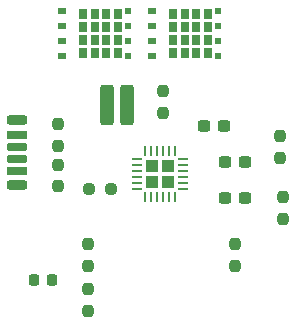
<source format=gtp>
G04 #@! TF.GenerationSoftware,KiCad,Pcbnew,8.0.2*
G04 #@! TF.CreationDate,2024-06-03T19:44:32-07:00*
G04 #@! TF.ProjectId,SNES_USB_C_power,534e4553-5f55-4534-925f-435f706f7765,A*
G04 #@! TF.SameCoordinates,Original*
G04 #@! TF.FileFunction,Paste,Top*
G04 #@! TF.FilePolarity,Positive*
%FSLAX46Y46*%
G04 Gerber Fmt 4.6, Leading zero omitted, Abs format (unit mm)*
G04 Created by KiCad (PCBNEW 8.0.2) date 2024-06-03 19:44:32*
%MOMM*%
%LPD*%
G01*
G04 APERTURE LIST*
G04 Aperture macros list*
%AMRoundRect*
0 Rectangle with rounded corners*
0 $1 Rounding radius*
0 $2 $3 $4 $5 $6 $7 $8 $9 X,Y pos of 4 corners*
0 Add a 4 corners polygon primitive as box body*
4,1,4,$2,$3,$4,$5,$6,$7,$8,$9,$2,$3,0*
0 Add four circle primitives for the rounded corners*
1,1,$1+$1,$2,$3*
1,1,$1+$1,$4,$5*
1,1,$1+$1,$6,$7*
1,1,$1+$1,$8,$9*
0 Add four rect primitives between the rounded corners*
20,1,$1+$1,$2,$3,$4,$5,0*
20,1,$1+$1,$4,$5,$6,$7,0*
20,1,$1+$1,$6,$7,$8,$9,0*
20,1,$1+$1,$8,$9,$2,$3,0*%
G04 Aperture macros list end*
%ADD10RoundRect,0.218750X-0.218750X-0.256250X0.218750X-0.256250X0.218750X0.256250X-0.218750X0.256250X0*%
%ADD11RoundRect,0.237500X0.237500X-0.250000X0.237500X0.250000X-0.237500X0.250000X-0.237500X-0.250000X0*%
%ADD12RoundRect,0.175000X-0.685000X0.175000X-0.685000X-0.175000X0.685000X-0.175000X0.685000X0.175000X0*%
%ADD13RoundRect,0.190000X-0.670000X0.190000X-0.670000X-0.190000X0.670000X-0.190000X0.670000X0.190000X0*%
%ADD14RoundRect,0.200000X-0.660000X0.200000X-0.660000X-0.200000X0.660000X-0.200000X0.660000X0.200000X0*%
%ADD15RoundRect,0.237500X-0.237500X0.250000X-0.237500X-0.250000X0.237500X-0.250000X0.237500X0.250000X0*%
%ADD16RoundRect,0.237500X-0.250000X-0.237500X0.250000X-0.237500X0.250000X0.237500X-0.250000X0.237500X0*%
%ADD17RoundRect,0.250000X-0.295000X-0.295000X0.295000X-0.295000X0.295000X0.295000X-0.295000X0.295000X0*%
%ADD18RoundRect,0.062500X-0.350000X-0.062500X0.350000X-0.062500X0.350000X0.062500X-0.350000X0.062500X0*%
%ADD19RoundRect,0.062500X-0.062500X-0.350000X0.062500X-0.350000X0.062500X0.350000X-0.062500X0.350000X0*%
%ADD20RoundRect,0.237500X-0.300000X-0.237500X0.300000X-0.237500X0.300000X0.237500X-0.300000X0.237500X0*%
%ADD21RoundRect,0.250000X-0.337500X-1.450000X0.337500X-1.450000X0.337500X1.450000X-0.337500X1.450000X0*%
%ADD22R,0.780000X0.900000*%
%ADD23R,0.650000X0.500000*%
%ADD24R,0.550000X0.500000*%
G04 APERTURE END LIST*
D10*
X150317000Y-120650000D03*
X151892000Y-120650000D03*
D11*
X152380000Y-112720500D03*
X152380000Y-110895500D03*
D12*
X148920000Y-109379500D03*
D13*
X148920000Y-111399500D03*
D14*
X148920000Y-112629500D03*
D12*
X148920000Y-110379500D03*
D13*
X148920000Y-108359500D03*
D14*
X148920000Y-107129500D03*
D15*
X152380000Y-107443000D03*
X152380000Y-109268000D03*
D16*
X155023500Y-112927500D03*
X156848500Y-112927500D03*
D11*
X167366000Y-119428000D03*
X167366000Y-117603000D03*
D17*
X160341000Y-110982500D03*
X160341000Y-112332500D03*
X161691000Y-110982500D03*
X161691000Y-112332500D03*
D18*
X159053500Y-110407500D03*
X159053500Y-110907500D03*
X159053500Y-111407500D03*
X159053500Y-111907500D03*
X159053500Y-112407500D03*
X159053500Y-112907500D03*
D19*
X159766000Y-113620000D03*
X160266000Y-113620000D03*
X160766000Y-113620000D03*
X161266000Y-113620000D03*
X161766000Y-113620000D03*
X162266000Y-113620000D03*
D18*
X162978500Y-112907500D03*
X162978500Y-112407500D03*
X162978500Y-111907500D03*
X162978500Y-111407500D03*
X162978500Y-110907500D03*
X162978500Y-110407500D03*
D19*
X162266000Y-109695000D03*
X161766000Y-109695000D03*
X161266000Y-109695000D03*
X160766000Y-109695000D03*
X160266000Y-109695000D03*
X159766000Y-109695000D03*
D11*
X171196000Y-110283000D03*
X171196000Y-108458000D03*
D20*
X166503500Y-113689500D03*
X168228500Y-113689500D03*
X166503500Y-110641500D03*
X168228500Y-110641500D03*
D21*
X156547000Y-105815500D03*
X158222000Y-105815500D03*
D22*
X162124000Y-98130000D03*
X162124000Y-99230000D03*
X162124000Y-100330000D03*
X162124000Y-101430000D03*
X163104000Y-98130000D03*
X163104000Y-99230000D03*
X163104000Y-100330000D03*
X163104000Y-101430000D03*
X164084000Y-98130000D03*
X164084000Y-99230000D03*
X164084000Y-100330000D03*
X164084000Y-101430000D03*
X165064000Y-98130000D03*
X165064000Y-99230000D03*
X165064000Y-100330000D03*
X165064000Y-101430000D03*
D23*
X160374000Y-97875000D03*
X160374000Y-99145000D03*
X160374000Y-100415000D03*
X160374000Y-101685000D03*
D24*
X165924000Y-97875000D03*
X165924000Y-99145000D03*
X165924000Y-100415000D03*
X165924000Y-101685000D03*
D11*
X171450000Y-115466500D03*
X171450000Y-113641500D03*
X154920000Y-123238000D03*
X154920000Y-121413000D03*
D20*
X164725500Y-107593500D03*
X166450500Y-107593500D03*
D11*
X161270000Y-106474000D03*
X161270000Y-104649000D03*
X154920000Y-119428000D03*
X154920000Y-117603000D03*
D22*
X154504000Y-98130000D03*
X154504000Y-99230000D03*
X154504000Y-100330000D03*
X154504000Y-101430000D03*
X155484000Y-98130000D03*
X155484000Y-99230000D03*
X155484000Y-100330000D03*
X155484000Y-101430000D03*
X156464000Y-98130000D03*
X156464000Y-99230000D03*
X156464000Y-100330000D03*
X156464000Y-101430000D03*
X157444000Y-98130000D03*
X157444000Y-99230000D03*
X157444000Y-100330000D03*
X157444000Y-101430000D03*
D23*
X152754000Y-97875000D03*
X152754000Y-99145000D03*
X152754000Y-100415000D03*
X152754000Y-101685000D03*
D24*
X158304000Y-97875000D03*
X158304000Y-99145000D03*
X158304000Y-100415000D03*
X158304000Y-101685000D03*
M02*

</source>
